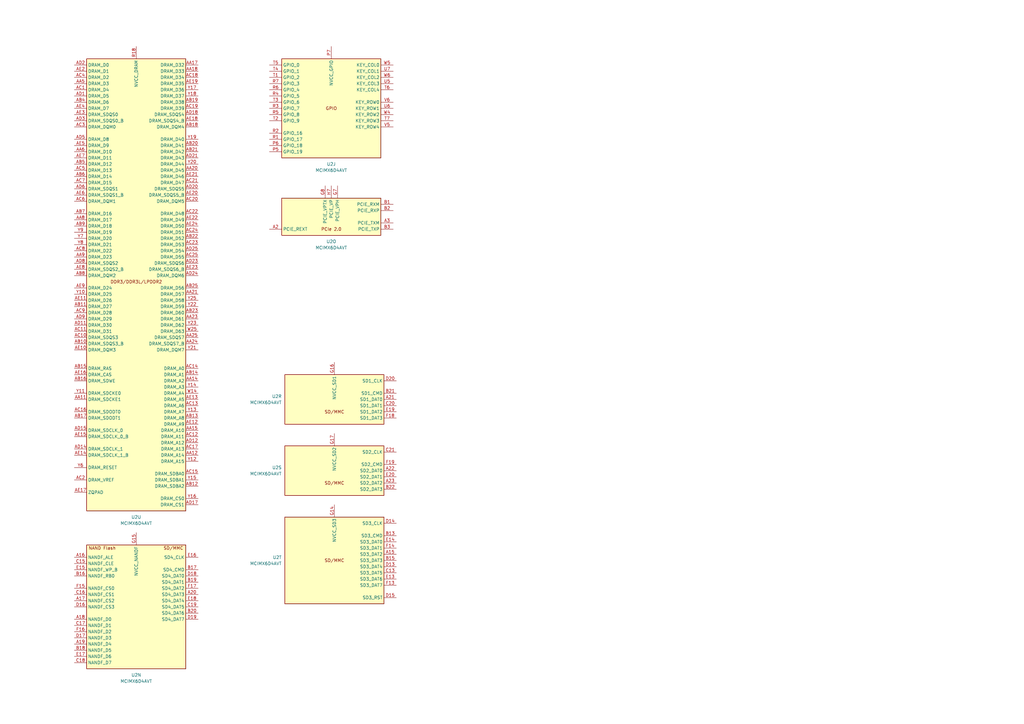
<source format=kicad_sch>
(kicad_sch (version 20250114) (generator "eeschema") (generator_version "9.0")
  (paper "A3")
  (lib_symbols
    (symbol "CPU_NXP_IMX:MCIMX6D4AVT"
      (property "Reference" "U" (at 15.24 90.17 0))
      (property "Value" "MCIMX6D4AVT" (at -13.97 90.17 0))
      (symbol "MCIMX6D4AVT_1_0"
        (text "Power Management" (at -1.27 -5.08 0) (effects (font (size 1.27 1.27))))
      )
      (symbol "MCIMX6D4AVT_1_1"
        (pin power_in line (at -25.4 10.16 0) (length 5.08) (name "VDD_ARM_IN") (number "H14"))
        (pin passive line (at -25.4 10.16 0) (length 5.08) (hide yes) (name "VDD_ARM_IN") (number "J14"))
        (pin passive line (at -25.4 10.16 0) (length 5.08) (hide yes) (name "VDD_ARM_IN") (number "K14"))
        (pin passive line (at -25.4 10.16 0) (length 5.08) (hide yes) (name "VDD_ARM_IN") (number "L14"))
        (pin passive line (at -25.4 10.16 0) (length 5.08) (hide yes) (name "VDD_ARM_IN") (number "M14"))
        (pin passive line (at -25.4 10.16 0) (length 5.08) (hide yes) (name "VDD_ARM_IN") (number "N14"))
        (pin passive line (at -25.4 10.16 0) (length 5.08) (hide yes) (name "VDD_ARM_IN") (number "P14"))
        (pin passive line (at -25.4 10.16 0) (length 5.08) (hide yes) (name "VDD_ARM_IN") (number "R14"))
        (pin power_in line (at -25.4 7.62 0) (length 5.08) (name "VDD_ARM23_IN") (number "K9"))
        (pin passive line (at -25.4 7.62 0) (length 5.08) (hide yes) (name "VDD_ARM23_IN") (number "L9"))
        (pin passive line (at -25.4 7.62 0) (length 5.08) (hide yes) (name "VDD_ARM23_IN") (number "M9"))
        (pin passive line (at -25.4 7.62 0) (length 5.08) (hide yes) (name "VDD_ARM23_IN") (number "N9"))
        (pin passive line (at -25.4 7.62 0) (length 5.08) (hide yes) (name "VDD_ARM23_IN") (number "P9"))
        (pin passive line (at -25.4 7.62 0) (length 5.08) (hide yes) (name "VDD_ARM23_IN") (number "R9"))
        (pin passive line (at -25.4 7.62 0) (length 5.08) (hide yes) (name "VDD_ARM23_IN") (number "T9"))
        (pin passive line (at -25.4 7.62 0) (length 5.08) (hide yes) (name "VDD_ARM23_IN") (number "U9"))
        (pin power_in line (at -25.4 5.08 0) (length 5.08) (name "VDD_SOC_IN") (number "H16"))
        (pin passive line (at -25.4 5.08 0) (length 5.08) (hide yes) (name "VDD_SOC_IN") (number "J16"))
        (pin passive line (at -25.4 5.08 0) (length 5.08) (hide yes) (name "VDD_SOC_IN") (number "K16"))
        (pin passive line (at -25.4 5.08 0) (length 5.08) (hide yes) (name "VDD_SOC_IN") (number "L16"))
        (pin passive line (at -25.4 5.08 0) (length 5.08) (hide yes) (name "VDD_SOC_IN") (number "M16"))
        (pin passive line (at -25.4 5.08 0) (length 5.08) (hide yes) (name "VDD_SOC_IN") (number "N16"))
        (pin passive line (at -25.4 5.08 0) (length 5.08) (hide yes) (name "VDD_SOC_IN") (number "P16"))
        (pin passive line (at -25.4 5.08 0) (length 5.08) (hide yes) (name "VDD_SOC_IN") (number "R16"))
        (pin passive line (at -25.4 5.08 0) (length 5.08) (hide yes) (name "VDD_SOC_IN") (number "T16"))
        (pin passive line (at -25.4 5.08 0) (length 5.08) (hide yes) (name "VDD_SOC_IN") (number "U16"))
        (pin power_in line (at -25.4 0 0) (length 5.08) (name "VDD_HIGH_IN") (number "H9"))
        (pin passive line (at -25.4 0 0) (length 5.08) (hide yes) (name "VDD_HIGH_IN") (number "J9"))
        (pin power_in line (at -25.4 -2.54 0) (length 5.08) (name "VDD_SNVS_IN") (number "G11"))
        (pin power_in line (at 0 -17.78 90) (length 5.08) (name "GND") (number "A13"))
        (pin passive line (at 0 -17.78 90) (length 5.08) (hide yes) (name "GND") (number "A25"))
        (pin passive line (at 0 -17.78 90) (length 5.08) (hide yes) (name "GND") (number "A4"))
        (pin passive line (at 0 -17.78 90) (length 5.08) (hide yes) (name "GND") (number "A8"))
        (pin passive line (at 0 -17.78 90) (length 5.08) (hide yes) (name "GND") (number "AA10"))
        (pin passive line (at 0 -17.78 90) (length 5.08) (hide yes) (name "GND") (number "AA13"))
        (pin passive line (at 0 -17.78 90) (length 5.08) (hide yes) (name "GND") (number "AA16"))
        (pin passive line (at 0 -17.78 90) (length 5.08) (hide yes) (name "GND") (number "AA19"))
        (pin passive line (at 0 -17.78 90) (length 5.08) (hide yes) (name "GND") (number "AA22"))
        (pin passive line (at 0 -17.78 90) (length 5.08) (hide yes) (name "GND") (number "AA7"))
        (pin passive line (at 0 -17.78 90) (length 5.08) (hide yes) (name "GND") (number "AB24"))
        (pin passive line (at 0 -17.78 90) (length 5.08) (hide yes) (name "GND") (number "AB3"))
        (pin passive line (at 0 -17.78 90) (length 5.08) (hide yes) (name "GND") (number "AD10"))
        (pin passive line (at 0 -17.78 90) (length 5.08) (hide yes) (name "GND") (number "AD13"))
        (pin passive line (at 0 -17.78 90) (length 5.08) (hide yes) (name "GND") (number "AD16"))
        (pin passive line (at 0 -17.78 90) (length 5.08) (hide yes) (name "GND") (number "AD19"))
        (pin passive line (at 0 -17.78 90) (length 5.08) (hide yes) (name "GND") (number "AD22"))
        (pin passive line (at 0 -17.78 90) (length 5.08) (hide yes) (name "GND") (number "AD4"))
        (pin passive line (at 0 -17.78 90) (length 5.08) (hide yes) (name "GND") (number "AD7"))
        (pin passive line (at 0 -17.78 90) (length 5.08) (hide yes) (name "GND") (number "AE1"))
        (pin passive line (at 0 -17.78 90) (length 5.08) (hide yes) (name "GND") (number "AE25"))
        (pin passive line (at 0 -17.78 90) (length 5.08) (hide yes) (name "GND") (number "B4"))
        (pin passive line (at 0 -17.78 90) (length 5.08) (hide yes) (name "GND") (number "C1"))
        (pin passive line (at 0 -17.78 90) (length 5.08) (hide yes) (name "GND") (number "C10"))
        (pin passive line (at 0 -17.78 90) (length 5.08) (hide yes) (name "GND") (number "C4"))
        (pin passive line (at 0 -17.78 90) (length 5.08) (hide yes) (name "GND") (number "C6"))
        (pin passive line (at 0 -17.78 90) (length 5.08) (hide yes) (name "GND") (number "D3"))
        (pin passive line (at 0 -17.78 90) (length 5.08) (hide yes) (name "GND") (number "D6"))
        (pin passive line (at 0 -17.78 90) (length 5.08) (hide yes) (name "GND") (number "D8"))
        (pin passive line (at 0 -17.78 90) (length 5.08) (hide yes) (name "GND") (number "E5"))
        (pin passive line (at 0 -17.78 90) (length 5.08) (hide yes) (name "GND") (number "E6"))
        (pin passive line (at 0 -17.78 90) (length 5.08) (hide yes) (name "GND") (number "E7"))
        (pin passive line (at 0 -17.78 90) (length 5.08) (hide yes) (name "GND") (number "F5"))
        (pin passive line (at 0 -17.78 90) (length 5.08) (hide yes) (name "GND") (number "F6"))
        (pin passive line (at 0 -17.78 90) (length 5.08) (hide yes) (name "GND") (number "F7"))
        (pin passive line (at 0 -17.78 90) (length 5.08) (hide yes) (name "GND") (number "F8"))
        (pin passive line (at 0 -17.78 90) (length 5.08) (hide yes) (name "GND") (number "G10"))
        (pin passive line (at 0 -17.78 90) (length 5.08) (hide yes) (name "GND") (number "G19"))
        (pin passive line (at 0 -17.78 90) (length 5.08) (hide yes) (name "GND") (number "G3"))
        (pin passive line (at 0 -17.78 90) (length 5.08) (hide yes) (name "GND") (number "H12"))
        (pin passive line (at 0 -17.78 90) (length 5.08) (hide yes) (name "GND") (number "H15"))
        (pin passive line (at 0 -17.78 90) (length 5.08) (hide yes) (name "GND") (number "H18"))
        (pin passive line (at 0 -17.78 90) (length 5.08) (hide yes) (name "GND") (number "H8"))
        (pin passive line (at 0 -17.78 90) (length 5.08) (hide yes) (name "GND") (number "J12"))
        (pin passive line (at 0 -17.78 90) (length 5.08) (hide yes) (name "GND") (number "J15"))
        (pin passive line (at 0 -17.78 90) (length 5.08) (hide yes) (name "GND") (number "J18"))
        (pin passive line (at 0 -17.78 90) (length 5.08) (hide yes) (name "GND") (number "J2"))
        (pin passive line (at 0 -17.78 90) (length 5.08) (hide yes) (name "GND") (number "J8"))
        (pin passive line (at 0 -17.78 90) (length 5.08) (hide yes) (name "GND") (number "K10"))
        (pin passive line (at 0 -17.78 90) (length 5.08) (hide yes) (name "GND") (number "K12"))
        (pin passive line (at 0 -17.78 90) (length 5.08) (hide yes) (name "GND") (number "K15"))
        (pin passive line (at 0 -17.78 90) (length 5.08) (hide yes) (name "GND") (number "K18"))
        (pin passive line (at 0 -17.78 90) (length 5.08) (hide yes) (name "GND") (number "K8"))
        (pin passive line (at 0 -17.78 90) (length 5.08) (hide yes) (name "GND") (number "L10"))
        (pin passive line (at 0 -17.78 90) (length 5.08) (hide yes) (name "GND") (number "L12"))
        (pin passive line (at 0 -17.78 90) (length 5.08) (hide yes) (name "GND") (number "L15"))
        (pin passive line (at 0 -17.78 90) (length 5.08) (hide yes) (name "GND") (number "L18"))
        (pin passive line (at 0 -17.78 90) (length 5.08) (hide yes) (name "GND") (number "L2"))
        (pin passive line (at 0 -17.78 90) (length 5.08) (hide yes) (name "GND") (number "L5"))
        (pin passive line (at 0 -17.78 90) (length 5.08) (hide yes) (name "GND") (number "L8"))
        (pin passive line (at 0 -17.78 90) (length 5.08) (hide yes) (name "GND") (number "M10"))
        (pin passive line (at 0 -17.78 90) (length 5.08) (hide yes) (name "GND") (number "M12"))
        (pin passive line (at 0 -17.78 90) (length 5.08) (hide yes) (name "GND") (number "M15"))
        (pin passive line (at 0 -17.78 90) (length 5.08) (hide yes) (name "GND") (number "M18"))
        (pin passive line (at 0 -17.78 90) (length 5.08) (hide yes) (name "GND") (number "M8"))
        (pin passive line (at 0 -17.78 90) (length 5.08) (hide yes) (name "GND") (number "N10"))
        (pin passive line (at 0 -17.78 90) (length 5.08) (hide yes) (name "GND") (number "N15"))
        (pin passive line (at 0 -17.78 90) (length 5.08) (hide yes) (name "GND") (number "N18"))
        (pin passive line (at 0 -17.78 90) (length 5.08) (hide yes) (name "GND") (number "N8"))
        (pin passive line (at 0 -17.78 90) (length 5.08) (hide yes) (name "GND") (number "P10"))
        (pin passive line (at 0 -17.78 90) (length 5.08) (hide yes) (name "GND") (number "P12"))
        (pin passive line (at 0 -17.78 90) (length 5.08) (hide yes) (name "GND") (number "P15"))
        (pin passive line (at 0 -17.78 90) (length 5.08) (hide yes) (name "GND") (number "P18"))
        (pin passive line (at 0 -17.78 90) (length 5.08) (hide yes) (name "GND") (number "P8"))
        (pin passive line (at 0 -17.78 90) (length 5.08) (hide yes) (name "GND") (number "R12"))
        (pin passive line (at 0 -17.78 90) (length 5.08) (hide yes) (name "GND") (number "R15"))
        (pin passive line (at 0 -17.78 90) (length 5.08) (hide yes) (name "GND") (number "R17"))
        (pin passive line (at 0 -17.78 90) (length 5.08) (hide yes) (name "GND") (number "R8"))
        (pin passive line (at 0 -17.78 90) (length 5.08) (hide yes) (name "GND") (number "T11"))
        (pin passive line (at 0 -17.78 90) (length 5.08) (hide yes) (name "GND") (number "T12"))
        (pin passive line (at 0 -17.78 90) (length 5.08) (hide yes) (name "GND") (number "T15"))
        (pin passive line (at 0 -17.78 90) (length 5.08) (hide yes) (name "GND") (number "T17"))
        (pin passive line (at 0 -17.78 90) (length 5.08) (hide yes) (name "GND") (number "T19"))
        (pin passive line (at 0 -17.78 90) (length 5.08) (hide yes) (name "GND") (number "T8"))
        (pin passive line (at 0 -17.78 90) (length 5.08) (hide yes) (name "GND") (number "U11"))
        (pin passive line (at 0 -17.78 90) (length 5.08) (hide yes) (name "GND") (number "U12"))
        (pin passive line (at 0 -17.78 90) (length 5.08) (hide yes) (name "GND") (number "U15"))
        (pin passive line (at 0 -17.78 90) (length 5.08) (hide yes) (name "GND") (number "U17"))
        (pin passive line (at 0 -17.78 90) (length 5.08) (hide yes) (name "GND") (number "U19"))
        (pin passive line (at 0 -17.78 90) (length 5.08) (hide yes) (name "GND") (number "U8"))
        (pin passive line (at 0 -17.78 90) (length 5.08) (hide yes) (name "GND") (number "V19"))
        (pin passive line (at 0 -17.78 90) (length 5.08) (hide yes) (name "GND") (number "V8"))
        (pin passive line (at 0 -17.78 90) (length 5.08) (hide yes) (name "GND") (number "W10"))
        (pin passive line (at 0 -17.78 90) (length 5.08) (hide yes) (name "GND") (number "W11"))
        (pin passive line (at 0 -17.78 90) (length 5.08) (hide yes) (name "GND") (number "W12"))
        (pin passive line (at 0 -17.78 90) (length 5.08) (hide yes) (name "GND") (number "W13"))
        (pin passive line (at 0 -17.78 90) (length 5.08) (hide yes) (name "GND") (number "W15"))
        (pin passive line (at 0 -17.78 90) (length 5.08) (hide yes) (name "GND") (number "W16"))
        (pin passive line (at 0 -17.78 90) (length 5.08) (hide yes) (name "GND") (number "W17"))
        (pin passive line (at 0 -17.78 90) (length 5.08) (hide yes) (name "GND") (number "W18"))
        (pin passive line (at 0 -17.78 90) (length 5.08) (hide yes) (name "GND") (number "W19"))
        (pin passive line (at 0 -17.78 90) (length 5.08) (hide yes) (name "GND") (number "W3"))
        (pin passive line (at 0 -17.78 90) (length 5.08) (hide yes) (name "GND") (number "W7"))
        (pin passive line (at 0 -17.78 90) (length 5.08) (hide yes) (name "GND") (number "W8"))
        (pin passive line (at 0 -17.78 90) (length 5.08) (hide yes) (name "GND") (number "W9"))
        (pin passive line (at 0 -17.78 90) (length 5.08) (hide yes) (name "GND") (number "Y24"))
        (pin passive line (at 0 -17.78 90) (length 5.08) (hide yes) (name "GND") (number "Y5"))
        (pin power_out line (at 25.4 10.16 180) (length 5.08) (name "VDD_ARM_CAP") (number "H13"))
        (pin passive line (at 25.4 10.16 180) (length 5.08) (hide yes) (name "VDD_ARM_CAP") (number "J13"))
        (pin passive line (at 25.4 10.16 180) (length 5.08) (hide yes) (name "VDD_ARM_CAP") (number "K13"))
        (pin passive line (at 25.4 10.16 180) (length 5.08) (hide yes) (name "VDD_ARM_CAP") (number "L13"))
        (pin passive line (at 25.4 10.16 180) (length 5.08) (hide yes) (name "VDD_ARM_CAP") (number "M13"))
        (pin passive line (at 25.4 10.16 180) (length 5.08) (hide yes) (name "VDD_ARM_CAP") (number "N13"))
        (pin passive line (at 25.4 10.16 180) (length 5.08) (hide yes) (name "VDD_ARM_CAP") (number "P13"))
        (pin passive line (at 25.4 10.16 180) (length 5.08) (hide yes) (name "VDD_ARM_CAP") (number "R13"))
        (pin power_out line (at 25.4 7.62 180) (length 5.08) (name "VDD_ARM23_CAP") (number "H11"))
        (pin passive line (at 25.4 7.62 180) (length 5.08) (hide yes) (name "VDD_ARM23_CAP") (number "J11"))
        (pin passive line (at 25.4 7.62 180) (length 5.08) (hide yes) (name "VDD_ARM23_CAP") (number "K11"))
        (pin passive line (at 25.4 7.62 180) (length 5.08) (hide yes) (name "VDD_ARM23_CAP") (number "L11"))
        (pin passive line (at 25.4 7.62 180) (length 5.08) (hide yes) (name "VDD_ARM23_CAP") (number "M11"))
        (pin passive line (at 25.4 7.62 180) (length 5.08) (hide yes) (name "VDD_ARM23_CAP") (number "N11"))
        (pin passive line (at 25.4 7.62 180) (length 5.08) (hide yes) (name "VDD_ARM23_CAP") (number "P11"))
        (pin passive line (at 25.4 7.62 180) (length 5.08) (hide yes) (name "VDD_ARM23_CAP") (number "R11"))
        (pin power_out line (at 25.4 5.08 180) (length 5.08) (name "VDD_SOC_CAP") (number "R10"))
        (pin passive line (at 25.4 5.08 180) (length 5.08) (hide yes) (name "VDD_SOC_CAP") (number "T10"))
        (pin passive line (at 25.4 5.08 180) (length 5.08) (hide yes) (name "VDD_SOC_CAP") (number "T13"))
        (pin passive line (at 25.4 5.08 180) (length 5.08) (hide yes) (name "VDD_SOC_CAP") (number "T14"))
        (pin passive line (at 25.4 5.08 180) (length 5.08) (hide yes) (name "VDD_SOC_CAP") (number "U10"))
        (pin passive line (at 25.4 5.08 180) (length 5.08) (hide yes) (name "VDD_SOC_CAP") (number "U13"))
        (pin passive line (at 25.4 5.08 180) (length 5.08) (hide yes) (name "VDD_SOC_CAP") (number "U14"))
        (pin power_in line (at 25.4 2.54 180) (length 5.08) (name "VDD_CACHE_CAP") (number "N12"))
        (pin power_out line (at 25.4 0 180) (length 5.08) (name "VDD_HIGH_CAP") (number "H10"))
        (pin passive line (at 25.4 0 180) (length 5.08) (hide yes) (name "VDD_HIGH_CAP") (number "J10"))
        (pin power_out line (at 25.4 -2.54 180) (length 5.08) (name "VDD_SNVS_CAP") (number "G9"))
        (pin power_out line (at 25.4 -5.08 180) (length 5.08) (name "VDD_PU_CAP") (number "H17"))
        (pin passive line (at 25.4 -5.08 180) (length 5.08) (hide yes) (name "VDD_PU_CAP") (number "J17"))
        (pin passive line (at 25.4 -5.08 180) (length 5.08) (hide yes) (name "VDD_PU_CAP") (number "K17"))
        (pin passive line (at 25.4 -5.08 180) (length 5.08) (hide yes) (name "VDD_PU_CAP") (number "L17"))
        (pin passive line (at 25.4 -5.08 180) (length 5.08) (hide yes) (name "VDD_PU_CAP") (number "M17"))
        (pin passive line (at 25.4 -5.08 180) (length 5.08) (hide yes) (name "VDD_PU_CAP") (number "N17"))
        (pin passive line (at 25.4 -5.08 180) (length 5.08) (hide yes) (name "VDD_PU_CAP") (number "P17"))
        (pin power_out line (at 25.4 -7.62 180) (length 5.08) (name "VDD_USB_CAP") (number "F9"))
        (pin power_out line (at 25.4 -10.16 180) (length 5.08) (name "NVCC_PLL_OUT") (number "E8"))
      )
      (symbol "MCIMX6D4AVT_2_0"
        (text "Factory (NXP only)" (at -10.16 0 0) (effects (font (size 1.27 1.27))))
      )
      (symbol "MCIMX6D4AVT_2_1"
        (pin passive line (at 0 10.16 270) (length 5.08) (name "VDD_FA") (number "B5"))
        (pin passive line (at 25.4 2.54 180) (length 5.08) (name "FA_ANA") (number "A5"))
        (pin passive line (at 25.4 0 180) (length 5.08) (name "GPANAIO") (number "C8"))
        (pin passive line (at 25.4 -2.54 180) (length 5.08) (name "TEST_MODE") (number "E12"))
      )
      (symbol "MCIMX6D4AVT_3_0"
        (text "Boot/Power Management" (at 1.27 -5.08 0) (effects (font (size 1.27 1.27))))
      )
      (symbol "MCIMX6D4AVT_3_1"
        (text "VDD_SNVS_IN" (at 0 0 0) (effects (font (size 1.27 1.27) (italic yes))))
        (pin input line (at -25.4 5.08 0) (length 5.08) (name "BOOT_MODE0") (number "C12"))
        (pin input line (at -25.4 2.54 0) (length 5.08) (name "BOOT_MODE1") (number "F12"))
        (pin input line (at -25.4 -2.54 0) (length 5.08) (name "ONOFF") (number "D12"))
        (pin input line (at -25.4 -5.08 0) (length 5.08) (name "POR_B") (number "C11"))
        (pin output line (at 25.4 5.08 180) (length 5.08) (name "PMIC_ON_REQ") (number "D11"))
        (pin output line (at 25.4 2.54 180) (length 5.08) (name "PMIC_STBY_REQ") (number "F11"))
        (pin input line (at 25.4 -2.54 180) (length 5.08) (name "TAMPER") (number "E11"))
      )
      (symbol "MCIMX6D4AVT_4_0"
        (text "Clock" (at -16.51 11.43 0) (effects (font (size 1.27 1.27))))
        (text "MediaLB" (at 15.24 11.43 0) (effects (font (size 1.27 1.27))))
      )
      (symbol "MCIMX6D4AVT_4_1"
        (text "VDD_HIGH_CAP" (at 0 0 0) (effects (font (size 1.27 1.27) (italic yes))))
        (pin bidirectional line (at -25.4 5.08 0) (length 5.08) (name "CLK1_N") (number "C7"))
        (pin bidirectional line (at -25.4 2.54 0) (length 5.08) (name "CLK1_P") (number "D7"))
        (pin bidirectional line (at -25.4 -2.54 0) (length 5.08) (name "CLK2_N") (number "C5"))
        (pin bidirectional line (at -25.4 -5.08 0) (length 5.08) (name "CLK2_P") (number "D5"))
        (pin input line (at 25.4 7.62 180) (length 5.08) (name "MLB_CN") (number "A11"))
        (pin input line (at 25.4 5.08 180) (length 5.08) (name "MLB_CP") (number "B11"))
        (pin bidirectional line (at 25.4 0 180) (length 5.08) (name "MLB_DN") (number "B10"))
        (pin bidirectional line (at 25.4 -2.54 180) (length 5.08) (name "MLB_DP") (number "A10"))
        (pin bidirectional line (at 25.4 -7.62 180) (length 5.08) (name "MLB_SN") (number "A9"))
        (pin bidirectional line (at 25.4 -10.16 180) (length 5.08) (name "MLB_SP") (number "B9"))
      )
      (symbol "MCIMX6D4AVT_5_0"
        (text "MIPI Camera" (at 0 0 0) (effects (font (size 1.27 1.27))))
      )
      (symbol "MCIMX6D4AVT_5_1"
        (pin input line (at -25.4 12.7 0) (length 5.08) (name "CSI_CLK0M") (number "F4"))
        (pin input line (at -25.4 10.16 0) (length 5.08) (name "CSI_CLK0P") (number "F3"))
        (pin input line (at -25.4 7.62 0) (length 5.08) (name "CSI_D0M") (number "E4"))
        (pin input line (at -25.4 5.08 0) (length 5.08) (name "CSI_D0P") (number "E3"))
        (pin input line (at -25.4 2.54 0) (length 5.08) (name "CSI_D1M") (number "D1"))
        (pin input line (at -25.4 0 0) (length 5.08) (name "CSI_D1P") (number "D2"))
        (pin input line (at -25.4 -2.54 0) (length 5.08) (name "CSI_D2M") (number "E1"))
        (pin input line (at -25.4 -5.08 0) (length 5.08) (name "CSI_D2P") (number "E2"))
        (pin input line (at -25.4 -7.62 0) (length 5.08) (name "CSI_D3M") (number "F2"))
        (pin input line (at -25.4 -10.16 0) (length 5.08) (name "CSI_D3P") (number "F1"))
        (pin passive line (at -25.4 -12.7 0) (length 5.08) (name "CSI_REXT") (number "D4"))
        (pin power_in line (at 0 20.32 270) (length 5.08) (name "NVCC_MIPI") (number "K7"))
        (pin output line (at 25.4 12.7 180) (length 5.08) (name "DSI_CLK0M") (number "H3"))
        (pin output line (at 25.4 10.16 180) (length 5.08) (name "DSI_CLK0P") (number "H4"))
        (pin output line (at 25.4 7.62 180) (length 5.08) (name "DSI_D0M") (number "G2"))
        (pin output line (at 25.4 5.08 180) (length 5.08) (name "DSI_D0P") (number "G1"))
        (pin output line (at 25.4 2.54 180) (length 5.08) (name "DSI_D1M") (number "H2"))
        (pin output line (at 25.4 0 180) (length 5.08) (name "DSI_D1P") (number "H1"))
        (pin passive line (at 25.4 -2.54 180) (length 5.08) (name "DSI_REXT") (number "G4"))
      )
      (symbol "MCIMX6D4AVT_6_0"
        (text "Camera" (at 0 0 0) (effects (font (size 1.27 1.27))))
      )
      (symbol "MCIMX6D4AVT_6_1"
        (pin bidirectional line (at -25.4 12.7 0) (length 5.08) (name "CSI0_MCLK") (number "P4"))
        (pin bidirectional line (at -25.4 10.16 0) (length 5.08) (name "CSI0_PIXCLK") (number "P1"))
        (pin bidirectional line (at -25.4 7.62 0) (length 5.08) (name "CSI0_DATA_EN") (number "P3"))
        (pin bidirectional line (at -25.4 5.08 0) (length 5.08) (name "CSI0_VSYNC") (number "N2"))
        (pin bidirectional line (at -25.4 0 0) (length 5.08) (name "CSI0_DAT4") (number "N1"))
        (pin bidirectional line (at -25.4 -2.54 0) (length 5.08) (name "CSI0_DAT5") (number "P2"))
        (pin bidirectional line (at -25.4 -5.08 0) (length 5.08) (name "CSI0_DAT6") (number "N4"))
        (pin bidirectional line (at -25.4 -7.62 0) (length 5.08) (name "CSI0_DAT7") (number "N3"))
        (pin bidirectional line (at -25.4 -10.16 0) (length 5.08) (name "CSI0_DAT8") (number "N6"))
        (pin bidirectional line (at -25.4 -12.7 0) (length 5.08) (name "CSI0_DAT9") (number "N5"))
        (pin power_in line (at 0 20.32 270) (length 5.08) (name "NVCC_CSI") (number "N7"))
        (pin bidirectional line (at 25.4 10.16 180) (length 5.08) (name "CSI0_DAT10") (number "M1"))
        (pin bidirectional line (at 25.4 7.62 180) (length 5.08) (name "CSI0_DAT11") (number "M3"))
        (pin bidirectional line (at 25.4 5.08 180) (length 5.08) (name "CSI0_DAT12") (number "M2"))
        (pin bidirectional line (at 25.4 2.54 180) (length 5.08) (name "CSI0_DAT13") (number "L1"))
        (pin bidirectional line (at 25.4 0 180) (length 5.08) (name "CSI0_DAT14") (number "M4"))
        (pin bidirectional line (at 25.4 -2.54 180) (length 5.08) (name "CSI0_DAT15") (number "M5"))
        (pin bidirectional line (at 25.4 -5.08 180) (length 5.08) (name "CSI0_DAT16") (number "L4"))
        (pin bidirectional line (at 25.4 -7.62 180) (length 5.08) (name "CSI0_DAT17") (number "L3"))
        (pin bidirectional line (at 25.4 -10.16 180) (length 5.08) (name "CSI0_DAT18") (number "M6"))
        (pin bidirectional line (at 25.4 -12.7 180) (length 5.08) (name "CSI0_DAT19") (number "L6"))
      )
      (symbol "MCIMX6D4AVT_7_0"
        (text "LCD Display" (at 0 0 0) (effects (font (size 1.27 1.27))))
      )
      (symbol "MCIMX6D4AVT_7_1"
        (pin bidirectional line (at -25.4 17.78 0) (length 5.08) (name "DI0_DISP_CLK") (number "N19"))
        (pin bidirectional line (at -25.4 15.24 0) (length 5.08) (name "DI0_PIN15") (number "N21"))
        (pin bidirectional line (at -25.4 12.7 0) (length 5.08) (name "DI0_PIN2") (number "N25"))
        (pin bidirectional line (at -25.4 10.16 0) (length 5.08) (name "DI0_PIN3") (number "N20"))
        (pin bidirectional line (at -25.4 7.62 0) (length 5.08) (name "DI0_PIN4") (number "P25"))
        (pin bidirectional line (at -25.4 5.08 0) (length 5.08) (name "DISP0_DAT0") (number "P24"))
        (pin bidirectional line (at -25.4 2.54 0) (length 5.08) (name "DISP0_DAT1") (number "P22"))
        (pin bidirectional line (at -25.4 0 0) (length 5.08) (name "DISP0_DAT2") (number "P23"))
        (pin bidirectional line (at -25.4 -2.54 0) (length 5.08) (name "DISP0_DAT3") (number "P21"))
        (pin bidirectional line (at -25.4 -5.08 0) (length 5.08) (name "DISP0_DAT4") (number "P20"))
        (pin bidirectional line (at -25.4 -7.62 0) (length 5.08) (name "DISP0_DAT5") (number "R25"))
        (pin bidirectional line (at -25.4 -10.16 0) (length 5.08) (name "DISP0_DAT6") (number "R23"))
        (pin bidirectional line (at -25.4 -12.7 0) (length 5.08) (name "DISP0_DAT7") (number "R24"))
        (pin bidirectional line (at -25.4 -15.24 0) (length 5.08) (name "DISP0_DAT8") (number "R22"))
        (pin bidirectional line (at -25.4 -17.78 0) (length 5.08) (name "DISP0_DAT9") (number "T25"))
        (pin power_in line (at 0 25.4 270) (length 5.08) (name "NVCC_LCD") (number "P19"))
        (pin bidirectional line (at 25.4 17.78 180) (length 5.08) (name "DISP0_DAT10") (number "R21"))
        (pin bidirectional line (at 25.4 15.24 180) (length 5.08) (name "DISP0_DAT11") (number "T23"))
        (pin bidirectional line (at 25.4 12.7 180) (length 5.08) (name "DISP0_DAT12") (number "T24"))
        (pin bidirectional line (at 25.4 10.16 180) (length 5.08) (name "DISP0_DAT13") (number "R20"))
        (pin bidirectional line (at 25.4 7.62 180) (length 5.08) (name "DISP0_DAT14") (number "U25"))
        (pin bidirectional line (at 25.4 5.08 180) (length 5.08) (name "DISP0_DAT15") (number "T22"))
        (pin bidirectional line (at 25.4 2.54 180) (length 5.08) (name "DISP0_DAT16") (number "T21"))
        (pin bidirectional line (at 25.4 0 180) (length 5.08) (name "DISP0_DAT17") (number "U24"))
        (pin bidirectional line (at 25.4 -2.54 180) (length 5.08) (name "DISP0_DAT18") (number "V25"))
        (pin bidirectional line (at 25.4 -5.08 180) (length 5.08) (name "DISP0_DAT19") (number "U23"))
        (pin bidirectional line (at 25.4 -7.62 180) (length 5.08) (name "DISP0_DAT20") (number "U22"))
        (pin bidirectional line (at 25.4 -10.16 180) (length 5.08) (name "DISP0_DAT21") (number "T20"))
        (pin bidirectional line (at 25.4 -12.7 180) (length 5.08) (name "DISP0_DAT22") (number "V24"))
        (pin bidirectional line (at 25.4 -15.24 180) (length 5.08) (name "DISP0_DAT23") (number "W24"))
      )
      (symbol "MCIMX6D4AVT_8_0"
        (text "External memory" (at 1.27 0 0) (effects (font (size 1.27 1.27))))
      )
      (symbol "MCIMX6D4AVT_8_1"
        (pin bidirectional line (at -25.4 40.64 0) (length 5.08) (name "EIM_A16") (number "H25"))
        (pin bidirectional line (at -25.4 38.1 0) (length 5.08) (name "EIM_A17") (number "G24"))
        (pin bidirectional line (at -25.4 35.56 0) (length 5.08) (name "EIM_A18") (number "J22"))
        (pin bidirectional line (at -25.4 33.02 0) (length 5.08) (name "EIM_A19") (number "G25"))
        (pin bidirectional line (at -25.4 30.48 0) (length 5.08) (name "EIM_A20") (number "H22"))
        (pin bidirectional line (at -25.4 27.94 0) (length 5.08) (name "EIM_A21") (number "H23"))
        (pin bidirectional line (at -25.4 25.4 0) (length 5.08) (name "EIM_A22") (number "F24"))
        (pin bidirectional line (at -25.4 22.86 0) (length 5.08) (name "EIM_A23") (number "J21"))
        (pin bidirectional line (at -25.4 20.32 0) (length 5.08) (name "EIM_A24") (number "F25"))
        (pin bidirectional line (at -25.4 17.78 0) (length 5.08) (name "EIM_A25") (number "H19"))
        (pin bidirectional line (at -25.4 12.7 0) (length 5.08) (name "EIM_EB0") (number "K21"))
        (pin bidirectional line (at -25.4 10.16 0) (length 5.08) (name "EIM_EB1") (number "K23"))
        (pin bidirectional line (at -25.4 7.62 0) (length 5.08) (name "EIM_EB2") (number "E22"))
        (pin bidirectional line (at -25.4 5.08 0) (length 5.08) (name "EIM_EB3") (number "F23"))
        (pin bidirectional line (at -25.4 0 0) (length 5.08) (name "EIM_BCLK") (number "N22"))
        (pin bidirectional line (at -25.4 -2.54 0) (length 5.08) (name "EIM_LBA") (number "K22"))
        (pin bidirectional line (at -25.4 -5.08 0) (length 5.08) (name "EIM_OE") (number "J24"))
        (pin bidirectional line (at -25.4 -7.62 0) (length 5.08) (name "EIM_RW") (number "K20"))
        (pin bidirectional line (at -25.4 -10.16 0) (length 5.08) (name "EIM_WAIT") (number "M25"))
        (pin bidirectional line (at -25.4 -12.7 0) (length 5.08) (name "EIM_CS0") (number "H24"))
        (pin bidirectional line (at -25.4 -15.24 0) (length 5.08) (name "EIM_CS1") (number "J23"))
        (pin power_in line (at -2.54 48.26 270) (length 5.08) (name "NVCC_EIM0") (number "K19"))
        (pin power_in line (at 0 48.26 270) (length 5.08) (name "NVCC_EIM1") (number "L19"))
        (pin power_in line (at 2.54 48.26 270) (length 5.08) (name "NVCC_EIM2") (number "M19"))
        (pin bidirectional line (at 25.4 40.64 180) (length 5.08) (name "EIM_DA0") (number "L20"))
        (pin bidirectional line (at 25.4 38.1 180) (length 5.08) (name "EIM_DA1") (number "J25"))
        (pin bidirectional line (at 25.4 35.56 180) (length 5.08) (name "EIM_DA2") (number "L21"))
        (pin bidirectional line (at 25.4 33.02 180) (length 5.08) (name "EIM_DA3") (number "K24"))
        (pin bidirectional line (at 25.4 30.48 180) (length 5.08) (name "EIM_DA4") (number "L22"))
        (pin bidirectional line (at 25.4 27.94 180) (length 5.08) (name "EIM_DA5") (number "L23"))
        (pin bidirectional line (at 25.4 25.4 180) (length 5.08) (name "EIM_DA6") (number "K25"))
        (pin bidirectional line (at 25.4 22.86 180) (length 5.08) (name "EIM_DA7") (number "L25"))
        (pin bidirectional line (at 25.4 20.32 180) (length 5.08) (name "EIM_DA8") (number "L24"))
        (pin bidirectional line (at 25.4 17.78 180) (length 5.08) (name "EIM_DA9") (number "M21"))
        (pin bidirectional line (at 25.4 15.24 180) (length 5.08) (name "EIM_DA10") (number "M22"))
        (pin bidirectional line (at 25.4 12.7 180) (length 5.08) (name "EIM_DA11") (number "M20"))
        (pin bidirectional line (at 25.4 10.16 180) (length 5.08) (name "EIM_DA12") (number "M24"))
        (pin bidirectional line (at 25.4 7.62 180) (length 5.08) (name "EIM_DA13") (number "M23"))
        (pin bidirectional line (at 25.4 5.08 180) (length 5.08) (name "EIM_DA14") (number "N23"))
        (pin bidirectional line (at 25.4 2.54 180) (length 5.08) (name "EIM_DA15") (number "N24"))
        (pin bidirectional line (at 25.4 -2.54 180) (length 5.08) (name "EIM_D16") (number "C25"))
        (pin bidirectional line (at 25.4 -5.08 180) (length 5.08) (name "EIM_D17") (number "F21"))
        (pin bidirectional line (at 25.4 -7.62 180) (length 5.08) (name "EIM_D18") (number "D24"))
        (pin bidirectional line (at 25.4 -10.16 180) (length 5.08) (name "EIM_D19") (number "G21"))
        (pin bidirectional line (at 25.4 -12.7 180) (length 5.08) (name "EIM_D20") (number "G20"))
        (pin bidirectional line (at 25.4 -15.24 180) (length 5.08) (name "EIM_D21") (number "H20"))
        (pin bidirectional line (at 25.4 -17.78 180) (length 5.08) (name "EIM_D22") (number "E23"))
        (pin bidirectional line (at 25.4 -20.32 180) (length 5.08) (name "EIM_D23") (number "D25"))
        (pin bidirectional line (at 25.4 -22.86 180) (length 5.08) (name "EIM_D24") (number "F22"))
        (pin bidirectional line (at 25.4 -25.4 180) (length 5.08) (name "EIM_D25") (number "G22"))
        (pin bidirectional line (at 25.4 -27.94 180) (length 5.08) (name "EIM_D26") (number "E24"))
        (pin bidirectional line (at 25.4 -30.48 180) (length 5.08) (name "EIM_D27") (number "E25"))
        (pin bidirectional line (at 25.4 -33.02 180) (length 5.08) (name "EIM_D28") (number "G23"))
        (pin bidirectional line (at 25.4 -35.56 180) (length 5.08) (name "EIM_D29") (number "J19"))
        (pin bidirectional line (at 25.4 -38.1 180) (length 5.08) (name "EIM_D30") (number "J20"))
        (pin bidirectional line (at 25.4 -40.64 180) (length 5.08) (name "EIM_D31") (number "H21"))
      )
      (symbol "MCIMX6D4AVT_9_0"
        (text "10/100-Mbit Ethernet" (at -2.54 -7.62 0) (effects (font (size 1.27 1.27))))
      )
      (symbol "MCIMX6D4AVT_9_1"
        (pin bidirectional line (at -25.4 7.62 0) (length 5.08) (name "ENET_RXD0") (number "W21"))
        (pin bidirectional line (at -25.4 5.08 0) (length 5.08) (name "ENET_RXD1") (number "W22"))
        (pin bidirectional line (at -25.4 2.54 0) (length 5.08) (name "ENET_CRS_DV") (number "U21"))
        (pin bidirectional line (at -25.4 0 0) (length 5.08) (name "ENET_RX_ER") (number "W23"))
        (pin bidirectional line (at -25.4 -5.08 0) (length 5.08) (name "ENET_REF_CLK") (number "V22"))
        (pin power_in line (at 0 15.24 270) (length 5.08) (name "NVCC_ENET") (number "R19"))
        (pin bidirectional line (at 25.4 7.62 180) (length 5.08) (name "ENET_TXD0") (number "U20"))
        (pin bidirectional line (at 25.4 5.08 180) (length 5.08) (name "ENET_TXD1") (number "W20"))
        (pin bidirectional line (at 25.4 2.54 180) (length 5.08) (name "ENET_TX_EN") (number "V21"))
        (pin bidirectional line (at 25.4 -5.08 180) (length 5.08) (name "ENET_MDC") (number "V20"))
        (pin bidirectional line (at 25.4 -7.62 180) (length 5.08) (name "ENET_MDIO") (number "V23"))
      )
      (symbol "MCIMX6D4AVT_10_0"
        (text "GPIO" (at 0 0 0) (effects (font (size 1.27 1.27))))
      )
      (symbol "MCIMX6D4AVT_10_1"
        (pin bidirectional line (at -25.4 17.78 0) (length 5.08) (name "GPIO_0") (number "T5"))
        (pin bidirectional line (at -25.4 15.24 0) (length 5.08) (name "GPIO_1") (number "T4"))
        (pin bidirectional line (at -25.4 12.7 0) (length 5.08) (name "GPIO_2") (number "T1"))
        (pin bidirectional line (at -25.4 10.16 0) (length 5.08) (name "GPIO_3") (number "R7"))
        (pin bidirectional line (at -25.4 7.62 0) (length 5.08) (name "GPIO_4") (number "R6"))
        (pin bidirectional line (at -25.4 5.08 0) (length 5.08) (name "GPIO_5") (number "R4"))
        (pin bidirectional line (at -25.4 2.54 0) (length 5.08) (name "GPIO_6") (number "T3"))
        (pin bidirectional line (at -25.4 0 0) (length 5.08) (name "GPIO_7") (number "R3"))
        (pin bidirectional line (at -25.4 -2.54 0) (length 5.08) (name "GPIO_8") (number "R5"))
        (pin bidirectional line (at -25.4 -5.08 0) (length 5.08) (name "GPIO_9") (number "T2"))
        (pin bidirectional line (at -25.4 -10.16 0) (length 5.08) (name "GPIO_16") (number "R2"))
        (pin bidirectional line (at -25.4 -12.7 0) (length 5.08) (name "GPIO_17") (number "R1"))
        (pin bidirectional line (at -25.4 -15.24 0) (length 5.08) (name "GPIO_18") (number "P6"))
        (pin bidirectional line (at -25.4 -17.78 0) (length 5.08) (name "GPIO_19") (number "P5"))
        (pin power_in line (at 0 25.4 270) (length 5.08) (name "NVCC_GPIO") (number "P7"))
        (pin bidirectional line (at 25.4 17.78 180) (length 5.08) (name "KEY_COL0") (number "W5"))
        (pin bidirectional line (at 25.4 15.24 180) (length 5.08) (name "KEY_COL1") (number "U7"))
        (pin bidirectional line (at 25.4 12.7 180) (length 5.08) (name "KEY_COL2") (number "W6"))
        (pin bidirectional line (at 25.4 10.16 180) (length 5.08) (name "KEY_COL3") (number "U5"))
        (pin bidirectional line (at 25.4 7.62 180) (length 5.08) (name "KEY_COL4") (number "T6"))
        (pin bidirectional line (at 25.4 2.54 180) (length 5.08) (name "KEY_ROW0") (number "V6"))
        (pin bidirectional line (at 25.4 0 180) (length 5.08) (name "KEY_ROW1") (number "U6"))
        (pin bidirectional line (at 25.4 -2.54 180) (length 5.08) (name "KEY_ROW2") (number "W4"))
        (pin bidirectional line (at 25.4 -5.08 180) (length 5.08) (name "KEY_ROW3") (number "T7"))
        (pin bidirectional line (at 25.4 -7.62 180) (length 5.08) (name "KEY_ROW4") (number "V5"))
      )
      (symbol "MCIMX6D4AVT_11_0"
        (text "HDMI Display" (at 0 0 0) (effects (font (size 1.27 1.27))))
      )
      (symbol "MCIMX6D4AVT_11_1"
        (pin input line (at -25.4 -2.54 0) (length 5.08) (name "HDMI_HPD") (number "K1"))
        (pin passive line (at -25.4 -5.08 0) (length 5.08) (name "HDMI_DDCCEC") (number "K2"))
        (pin passive line (at -25.4 -12.7 0) (length 5.08) (name "HDMI_REF") (number "J1"))
        (pin power_in line (at -2.54 20.32 270) (length 5.08) (name "HDMI_VP") (number "L7"))
        (pin power_in line (at 2.54 20.32 270) (length 5.08) (name "HDMI_VPH") (number "M7"))
        (pin output line (at 25.4 12.7 180) (length 5.08) (name "HDMI_CLKM") (number "J5"))
        (pin output line (at 25.4 10.16 180) (length 5.08) (name "HDMI_CLKP") (number "J6"))
        (pin output line (at 25.4 5.08 180) (length 5.08) (name "HDMI_D0M") (number "K5"))
        (pin output line (at 25.4 2.54 180) (length 5.08) (name "HDMI_D0P") (number "K6"))
        (pin output line (at 25.4 -2.54 180) (length 5.08) (name "HDMI_D1M") (number "J3"))
        (pin output line (at 25.4 -5.08 180) (length 5.08) (name "HDMI_D1P") (number "J4"))
        (pin output line (at 25.4 -10.16 180) (length 5.08) (name "HDMI_D2M") (number "K3"))
        (pin output line (at 25.4 -12.7 180) (length 5.08) (name "HDMI_D2P") (number "K4"))
      )
      (symbol "MCIMX6D4AVT_12_0"
        (text "JTAG Debug" (at 0 -5.08 0) (effects (font (size 1.27 1.27))))
      )
      (symbol "MCIMX6D4AVT_12_1"
        (pin power_in line (at 0 15.24 270) (length 5.08) (name "NVCC_JTAG") (number "J7"))
        (pin bidirectional line (at 25.4 7.62 180) (length 5.08) (name "JTAG_TMS") (number "C3"))
        (pin bidirectional line (at 25.4 5.08 180) (length 5.08) (name "JTAG_TCK") (number "H5"))
        (pin bidirectional line (at 25.4 2.54 180) (length 5.08) (name "JTAG_TDO") (number "G6"))
        (pin bidirectional line (at 25.4 0 180) (length 5.08) (name "JTAG_TDI") (number "G5"))
        (pin bidirectional line (at 25.4 -2.54 180) (length 5.08) (name "JTAG_TRSTB") (number "C2"))
        (pin input line (at 25.4 -7.62 180) (length 5.08) (name "JTAG_MOD") (number "H6"))
      )
      (symbol "MCIMX6D4AVT_13_0"
        (text "LVDS Display" (at 0 2.54 0) (effects (font (size 1.27 1.27))))
      )
      (symbol "MCIMX6D4AVT_13_1"
        (pin output line (at -25.4 17.78 0) (length 5.08) (name "LVDS0_CLK_N") (number "V4"))
        (pin output line (at -25.4 15.24 0) (length 5.08) (name "LVDS0_CLK_P") (number "V3"))
        (pin output line (at -25.4 7.62 0) (length 5.08) (name "LVDS0_TX0_N") (number "U2"))
        (pin output line (at -25.4 5.08 0) (length 5.08) (name "LVDS0_TX0_P") (number "U1"))
        (pin output line (at -25.4 0 0) (length 5.08) (name "LVDS0_TX1_N") (number "U4"))
        (pin output line (at -25.4 -2.54 0) (length 5.08) (name "LVDS0_TX1_P") (number "U3"))
        (pin output line (at -25.4 -7.62 0) (length 5.08) (name "LVDS0_TX2_N") (number "V2"))
        (pin output line (at -25.4 -10.16 0) (length 5.08) (name "LVDS0_TX2_P") (number "V1"))
        (pin output line (at -25.4 -15.24 0) (length 5.08) (name "LVDS0_TX3_N") (number "W2"))
        (pin output line (at -25.4 -17.78 0) (length 5.08) (name "LVDS0_TX3_P") (number "W1"))
        (pin power_in line (at 0 25.4 270) (length 5.08) (name "NVCC_LVDS2P5") (number "V7"))
        (pin output line (at 25.4 17.78 180) (length 5.08) (name "LVDS1_CLK_N") (number "Y3"))
        (pin output line (at 25.4 15.24 180) (length 5.08) (name "LVDS1_CLK_P") (number "Y4"))
        (pin output line (at 25.4 7.62 180) (length 5.08) (name "LVDS1_TX0_N") (number "Y1"))
        (pin output line (at 25.4 5.08 180) (length 5.08) (name "LVDS1_TX0_P") (number "Y2"))
        (pin output line (at 25.4 0 180) (length 5.08) (name "LVDS1_TX1_N") (number "AA2"))
        (pin output line (at 25.4 -2.54 180) (length 5.08) (name "LVDS1_TX1_P") (number "AA1"))
        (pin output line (at 25.4 -7.62 180) (length 5.08) (name "LVDS1_TX2_N") (number "AB1"))
        (pin output line (at 25.4 -10.16 180) (length 5.08) (name "LVDS1_TX2_P") (number "AB2"))
        (pin output line (at 25.4 -15.24 180) (length 5.08) (name "LVDS1_TX3_N") (number "AA3"))
        (pin output line (at 25.4 -17.78 180) (length 5.08) (name "LVDS1_TX3_P") (number "AA4"))
      )
      (symbol "MCIMX6D4AVT_14_0"
        (text "NAND Flash" (at -13.97 24.13 0) (effects (font (size 1.27 1.27))))
        (text "SD/MMC" (at 15.24 24.13 0) (effects (font (size 1.27 1.27))))
      )
      (symbol "MCIMX6D4AVT_14_1"
        (pin bidirectional line (at -25.4 20.32 0) (length 5.08) (name "NANDF_ALE") (number "A16"))
        (pin bidirectional line (at -25.4 17.78 0) (length 5.08) (name "NANDF_CLE") (number "C15"))
        (pin bidirectional line (at -25.4 15.24 0) (length 5.08) (name "NANDF_WP_B") (number "E15"))
        (pin bidirectional line (at -25.4 12.7 0) (length 5.08) (name "NANDF_RB0") (number "B16"))
        (pin bidirectional line (at -25.4 7.62 0) (length 5.08) (name "NANDF_CS0") (number "F15"))
        (pin bidirectional line (at -25.4 5.08 0) (length 5.08) (name "NANDF_CS1") (number "C16"))
        (pin bidirectional line (at -25.4 2.54 0) (length 5.08) (name "NANDF_CS2") (number "A17"))
        (pin bidirectional line (at -25.4 0 0) (length 5.08) (name "NANDF_CS3") (number "D16"))
        (pin bidirectional line (at -25.4 -5.08 0) (length 5.08) (name "NANDF_D0") (number "A18"))
        (pin bidirectional line (at -25.4 -7.62 0) (length 5.08) (name "NANDF_D1") (number "C17"))
        (pin bidirectional line (at -25.4 -10.16 0) (length 5.08) (name "NANDF_D2") (number "F16"))
        (pin bidirectional line (at -25.4 -12.7 0) (length 5.08) (name "NANDF_D3") (number "D17"))
        (pin bidirectional line (at -25.4 -15.24 0) (length 5.08) (name "NANDF_D4") (number "A19"))
        (pin bidirectional line (at -25.4 -17.78 0) (length 5.08) (name "NANDF_D5") (number "B18"))
        (pin bidirectional line (at -25.4 -20.32 0) (length 5.08) (name "NANDF_D6") (number "E17"))
        (pin bidirectional line (at -25.4 -22.86 0) (length 5.08) (name "NANDF_D7") (number "C18"))
        (pin power_in line (at 0 30.48 270) (length 5.08) (name "NVCC_NANDF") (number "G15"))
        (pin bidirectional line (at 25.4 20.32 180) (length 5.08) (name "SD4_CLK") (number "E16"))
        (pin bidirectional line (at 25.4 15.24 180) (length 5.08) (name "SD4_CMD") (number "B17"))
        (pin bidirectional line (at 25.4 12.7 180) (length 5.08) (name "SD4_DAT0") (number "D18"))
        (pin bidirectional line (at 25.4 10.16 180) (length 5.08) (name "SD4_DAT1") (number "B19"))
        (pin bidirectional line (at 25.4 7.62 180) (length 5.08) (name "SD4_DAT2") (number "F17"))
        (pin bidirectional line (at 25.4 5.08 180) (length 5.08) (name "SD4_DAT3") (number "A20"))
        (pin bidirectional line (at 25.4 2.54 180) (length 5.08) (name "SD4_DAT4") (number "E18"))
        (pin bidirectional line (at 25.4 0 180) (length 5.08) (name "SD4_DAT5") (number "C19"))
        (pin bidirectional line (at 25.4 -2.54 180) (length 5.08) (name "SD4_DAT6") (number "B20"))
        (pin bidirectional line (at 25.4 -5.08 180) (length 5.08) (name "SD4_DAT7") (number "D19"))
      )
      (symbol "MCIMX6D4AVT_15_0"
        (text "PCIe 2.0" (at 0 -5.08 0) (effects (font (size 1.27 1.27))))
      )
      (symbol "MCIMX6D4AVT_15_1"
        (pin passive line (at -25.4 -5.08 0) (length 5.08) (name "PCIE_REXT") (number "A2"))
        (pin power_in line (at -2.54 12.7 270) (length 5.08) (name "PCIE_VPTX") (number "G8"))
        (pin power_in line (at 0 12.7 270) (length 5.08) (name "PCIE_VP") (number "H7"))
        (pin power_in line (at 2.54 12.7 270) (length 5.08) (name "PCIE_VPH") (number "G7"))
        (pin input line (at 25.4 5.08 180) (length 5.08) (name "PCIE_RXM") (number "B1"))
        (pin input line (at 25.4 2.54 180) (length 5.08) (name "PCIE_RXP") (number "B2"))
        (pin output line (at 25.4 -2.54 180) (length 5.08) (name "PCIE_TXM") (number "A3"))
        (pin output line (at 25.4 -5.08 180) (length 5.08) (name "PCIE_TXP") (number "B3"))
      )
      (symbol "MCIMX6D4AVT_16_0"
        (text "HS USB2.0 Host" (at -11.43 6.35 0) (effects (font (size 1.27 1.27))))
        (text "HS USB2.0 OTG" (at 12.7 6.35 0) (effects (font (size 1.27 1.27))))
      )
      (symbol "MCIMX6D4AVT_16_1"
        (pin bidirectional line (at -25.4 2.54 0) (length 5.08) (name "USB_H1_DP") (number "E10"))
        (pin bidirectional line (at -25.4 0 0) (length 5.08) (name "USB_H1_DN") (number "F10"))
        (pin power_in line (at -2.54 12.7 270) (length 5.08) (name "USB_H1_VBUS") (number "D10"))
        (pin power_in line (at 2.54 12.7 270) (length 5.08) (name "USB_OTG_VBUS") (number "E9"))
        (pin bidirectional line (at 25.4 2.54 180) (length 5.08) (name "USB_OTG_DP") (number "A6"))
        (pin bidirectional line (at 25.4 0 180) (length 5.08) (name "USB_OTG_DN") (number "B6"))
        (pin bidirectional line (at 25.4 -5.08 180) (length 5.08) (name "USB_OTG_CHD_B") (number "B8"))
      )
      (symbol "MCIMX6D4AVT_17_0"
        (text "Gigabit Ethernet" (at 0 -5.08 0) (effects (font (size 1.27 1.27))))
      )
      (symbol "MCIMX6D4AVT_17_1"
        (pin bidirectional line (at -25.4 7.62 0) (length 5.08) (name "RGMII_RXC") (number "B25"))
        (pin bidirectional line (at -25.4 5.08 0) (length 5.08) (name "RGMII_RX_CTL") (number "D22"))
        (pin bidirectional line (at -25.4 0 0) (length 5.08) (name "RGMII_RD0") (number "C24"))
        (pin bidirectional line (at -25.4 -2.54 0) (length 5.08) (name "RGMII_RD1") (number "B23"))
        (pin bidirectional line (at -25.4 -5.08 0) (length 5.08) (name "RGMII_RD2") (number "B24"))
        (pin bidirectional line (at -25.4 -7.62 0) (length 5.08) (name "RGMII_RD3") (number "D23"))
        (pin power_in line (at 0 15.24 270) (length 5.08) (name "NVCC_RGMII") (number "G18"))
        (pin bidirectional line (at 25.4 7.62 180) (length 5.08) (name "RGMII_TXC") (number "D21"))
        (pin bidirectional line (at 25.4 5.08 180) (length 5.08) (name "RGMII_TX_CTL") (number "C23"))
        (pin bidirectional line (at 25.4 0 180) (length 5.08) (name "RGMII_TD0") (number "C22"))
        (pin bidirectional line (at 25.4 -2.54 180) (length 5.08) (name "RGMII_TD1") (number "F20"))
        (pin bidirectional line (at 25.4 -5.08 180) (length 5.08) (name "RGMII_TD2") (number "E21"))
        (pin bidirectional line (at 25.4 -7.62 180) (length 5.08) (name "RGMII_TD3") (number "A24"))
      )
      (symbol "MCIMX6D4AVT_18_0"
        (text "SD/MMC" (at 0 -5.08 0) (effects (font (size 1.27 1.27))))
      )
      (symbol "MCIMX6D4AVT_18_1"
        (pin power_in line (at 0 15.24 270) (length 5.08) (name "NVCC_SD1") (number "G16"))
        (pin bidirectional line (at 25.4 7.62 180) (length 5.08) (name "SD1_CLK") (number "D20"))
        (pin bidirectional line (at 25.4 2.54 180) (length 5.08) (name "SD1_CMD") (number "B21"))
        (pin bidirectional line (at 25.4 0 180) (length 5.08) (name "SD1_DAT0") (number "A21"))
        (pin bidirectional line (at 25.4 -2.54 180) (length 5.08) (name "SD1_DAT1") (number "C20"))
        (pin bidirectional line (at 25.4 -5.08 180) (length 5.08) (name "SD1_DAT2") (number "E19"))
        (pin bidirectional line (at 25.4 -7.62 180) (length 5.08) (name "SD1_DAT3") (number "F18"))
      )
      (symbol "MCIMX6D4AVT_19_0"
        (text "SD/MMC" (at 0 -5.08 0) (effects (font (size 1.27 1.27))))
      )
      (symbol "MCIMX6D4AVT_19_1"
        (pin power_in line (at 0 15.24 270) (length 5.08) (name "NVCC_SD2") (number "G17"))
        (pin bidirectional line (at 25.4 7.62 180) (length 5.08) (name "SD2_CLK") (number "C21"))
        (pin bidirectional line (at 25.4 2.54 180) (length 5.08) (name "SD2_CMD") (number "F19"))
        (pin bidirectional line (at 25.4 0 180) (length 5.08) (name "SD2_DAT0") (number "A22"))
        (pin bidirectional line (at 25.4 -2.54 180) (length 5.08) (name "SD2_DAT1") (number "E20"))
        (pin bidirectional line (at 25.4 -5.08 180) (length 5.08) (name "SD2_DAT2") (number "A23"))
        (pin bidirectional line (at 25.4 -7.62 180) (length 5.08) (name "SD2_DAT3") (number "B22"))
      )
      (symbol "MCIMX6D4AVT_20_0"
        (text "SD/MMC" (at 0 0 0) (effects (font (size 1.27 1.27))))
      )
      (symbol "MCIMX6D4AVT_20_1"
        (pin power_in line (at 0 22.86 270) (length 5.08) (name "NVCC_SD3") (number "G14"))
        (pin bidirectional line (at 25.4 15.24 180) (length 5.08) (name "SD3_CLK") (number "D14"))
        (pin bidirectional line (at 25.4 10.16 180) (length 5.08) (name "SD3_CMD") (number "B13"))
        (pin bidirectional line (at 25.4 7.62 180) (length 5.08) (name "SD3_DAT0") (number "E14"))
        (pin bidirectional line (at 25.4 5.08 180) (length 5.08) (name "SD3_DAT1") (number "F14"))
        (pin bidirectional line (at 25.4 2.54 180) (length 5.08) (name "SD3_DAT2") (number "A15"))
        (pin bidirectional line (at 25.4 0 180) (length 5.08) (name "SD3_DAT3") (number "B15"))
        (pin bidirectional line (at 25.4 -2.54 180) (length 5.08) (name "SD3_DAT4") (number "D13"))
        (pin bidirectional line (at 25.4 -5.08 180) (length 5.08) (name "SD3_DAT5") (number "C13"))
        (pin bidirectional line (at 25.4 -7.62 180) (length 5.08) (name "SD3_DAT6") (number "E13"))
        (pin bidirectional line (at 25.4 -10.16 180) (length 5.08) (name "SD3_DAT7") (number "F13"))
        (pin bidirectional line (at 25.4 -15.24 180) (length 5.08) (name "SD3_RST") (number "D15"))
      )
      (symbol "MCIMX6D4AVT_21_0"
        (text "DDR3/DDR3L/LPDDR2" (at 0 -2.54 0) (effects (font (size 1.27 1.27))))
      )
      (symbol "MCIMX6D4AVT_21_1"
        (pin bidirectional line (at -25.4 86.36 0) (length 5.08) (name "DRAM_D0") (number "AD2"))
        (pin bidirectional line (at -25.4 83.82 0) (length 5.08) (name "DRAM_D1") (number "AE2"))
        (pin bidirectional line (at -25.4 81.28 0) (length 5.08) (name "DRAM_D2") (number "AC4"))
        (pin bidirectional line (at -25.4 78.74 0) (length 5.08) (name "DRAM_D3") (number "AA5"))
        (pin bidirectional line (at -25.4 76.2 0) (length 5.08) (name "DRAM_D4") (number "AC1"))
        (pin bidirectional line (at -25.4 73.66 0) (length 5.08) (name "DRAM_D5") (number "AD1"))
        (pin bidirectional line (at -25.4 71.12 0) (length 5.08) (name "DRAM_D6") (number "AB4"))
        (pin bidirectional line (at -25.4 68.58 0) (length 5.08) (name "DRAM_D7") (number "AE4"))
        (pin bidirectional line (at -25.4 66.04 0) (length 5.08) (name "DRAM_SDQS0") (number "AE3"))
        (pin bidirectional line (at -25.4 63.5 0) (length 5.08) (name "DRAM_SDQS0_B") (number "AD3"))
        (pin output line (at -25.4 60.96 0) (length 5.08) (name "DRAM_DQM0") (number "AC3"))
        (pin bidirectional line (at -25.4 55.88 0) (length 5.08) (name "DRAM_D8") (number "AD5"))
        (pin bidirectional line (at -25.4 53.34 0) (length 5.08) (name "DRAM_D9") (number "AE5"))
        (pin bidirectional line (at -25.4 50.8 0) (length 5.08) (name "DRAM_D10") (number "AA6"))
        (pin bidirectional line (at -25.4 48.26 0) (length 5.08) (name "DRAM_D11") (number "AE7"))
        (pin bidirectional line (at -25.4 45.72 0) (length 5.08) (name "DRAM_D12") (number "AB5"))
        (pin bidirectional line (at -25.4 43.18 0) (length 5.08) (name "DRAM_D13") (number "AC5"))
        (pin bidirectional line (at -25.4 40.64 0) (length 5.08) (name "DRAM_D14") (number "AB6"))
        (pin bidirectional line (at -25.4 38.1 0) (length 5.08) (name "DRAM_D15") (number "AC7"))
        (pin bidirectional line (at -25.4 35.56 0) (length 5.08) (name "DRAM_SDQS1") (number "AD6"))
        (pin bidirectional line (at -25.4 33.02 0) (length 5.08) (name "DRAM_SDQS1_B") (number "AE6"))
        (pin output line (at -25.4 30.48 0) (length 5.08) (name "DRAM_DQM1") (number "AC6"))
        (pin bidirectional line (at -25.4 25.4 0) (length 5.08) (name "DRAM_D16") (number "AB7"))
        (pin bidirectional line (at -25.4 22.86 0) (length 5.08) (name "DRAM_D17") (number "AA8"))
        (pin bidirectional line (at -25.4 20.32 0) (length 5.08) (name "DRAM_D18") (number "AB9"))
        (pin bidirectional line (at -25.4 17.78 0) (length 5.08) (name "DRAM_D19") (number "Y9"))
        (pin bidirectional line (at -25.4 15.24 0) (length 5.08) (name "DRAM_D20") (number "Y7"))
        (pin bidirectional line (at -25.4 12.7 0) (length 5.08) (name "DRAM_D21") (number "Y8"))
        (pin bidirectional line (at -25.4 10.16 0) (length 5.08) (name "DRAM_D22") (number "AC8"))
        (pin bidirectional line (at -25.4 7.62 0) (length 5.08) (name "DRAM_D23") (number "AA9"))
        (pin bidirectional line (at -25.4 5.08 0) (length 5.08) (name "DRAM_SDQS2") (number "AD8"))
        (pin bidirectional line (at -25.4 2.54 0) (length 5.08) (name "DRAM_SDQS2_B") (number "AE8"))
        (pin output line (at -25.4 0 0) (length 5.08) (name "DRAM_DQM2") (number "AB8"))
        (pin bidirectional line (at -25.4 -5.08 0) (length 5.08) (name "DRAM_D24") (number "AE9"))
        (pin bidirectional line (at -25.4 -7.62 0) (length 5.08) (name "DRAM_D25") (number "Y10"))
        (pin bidirectional line (at -25.4 -10.16 0) (length 5.08) (name "DRAM_D26") (number "AE11"))
        (pin bidirectional line (at -25.4 -12.7 0) (length 5.08) (name "DRAM_D27") (number "AB11"))
        (pin bidirectional line (at -25.4 -15.24 0) (length 5.08) (name "DRAM_D28") (number "AC9"))
        (pin bidirectional line (at -25.4 -17.78 0) (length 5.08) (name "DRAM_D29") (number "AD9"))
        (pin bidirectional line (at -25.4 -20.32 0) (length 5.08) (name "DRAM_D30") (number "AD11"))
        (pin bidirectional line (at -25.4 -22.86 0) (length 5.08) (name "DRAM_D31") (number "AC11"))
        (pin bidirectional line (at -25.4 -25.4 0) (length 5.08) (name "DRAM_SDQS3") (number "AC10"))
        (pin bidirectional line (at -25.4 -27.94 0) (length 5.08) (name "DRAM_SDQS3_B") (number "AB10"))
        (pin output line (at -25.4 -30.48 0) (length 5.08) (name "DRAM_DQM3") (number "AE10"))
        (pin output line (at -25.4 -38.1 0) (length 5.08) (name "DRAM_RAS") (number "AB15"))
        (pin output line (at -25.4 -40.64 0) (length 5.08) (name "DRAM_CAS") (number "AE16"))
        (pin output line (at -25.4 -43.18 0) (length 5.08) (name "DRAM_SDWE") (number "AB16"))
        (pin output line (at -25.4 -48.26 0) (length 5.08) (name "DRAM_SDCKE0") (number "Y11"))
        (pin output line (at -25.4 -50.8 0) (length 5.08) (name "DRAM_SDCKE1") (number "AA11"))
        (pin output line (at -25.4 -55.88 0) (length 5.08) (name "DRAM_SDODT0") (number "AC16"))
        (pin output line (at -25.4 -58.42 0) (length 5.08) (name "DRAM_SDODT1") (number "AB17"))
        (pin output line (at -25.4 -63.5 0) (length 5.08) (name "DRAM_SDCLK_0") (number "AD15"))
        (pin output line (at -25.4 -66.04 0) (length 5.08) (name "DRAM_SDCLK_0_B") (number "AE15"))
        (pin output line (at -25.4 -71.12 0) (length 5.08) (name "DRAM_SDCLK_1") (number "AD14"))
        (pin output line (at -25.4 -73.66 0) (length 5.08) (name "DRAM_SDCLK_1_B") (number "AE14"))
        (pin output line (at -25.4 -78.74 0) (length 5.08) (name "DRAM_RESET") (number "Y6"))
        (pin power_in line (at -25.4 -83.82 0) (length 5.08) (name "DRAM_VREF") (number "AC2"))
        (pin passive line (at -25.4 -88.9 0) (length 5.08) (name "ZQPAD") (number "AE17"))
        (pin power_in line (at 0 93.98 270) (length 5.08) (name "NVCC_DRAM") (number "R18"))
        (pin passive line (at 0 93.98 270) (length 5.08) (hide yes) (name "NVCC_DRAM") (number "T18"))
        (pin passive line (at 0 93.98 270) (length 5.08) (hide yes) (name "NVCC_DRAM") (number "U18"))
        (pin passive line (at 0 93.98 270) (length 5.08) (hide yes) (name "NVCC_DRAM") (number "V10"))
        (pin passive line (at 0 93.98 270) (length 5.08) (hide yes) (name "NVCC_DRAM") (number "V11"))
        (pin passive line (at 0 93.98 270) (length 5.08) (hide yes) (name "NVCC_DRAM") (number "V12"))
        (pin passive line (at 0 93.98 270) (length 5.08) (hide yes) (name "NVCC_DRAM") (number "V13"))
        (pin passive line (at 0 93.98 270) (length 5.08) (hide yes) (name "NVCC_DRAM") (number "V14"))
        (pin passive line (at 0 93.98 270) (length 5.08) (hide yes) (name "NVCC_DRAM") (number "V15"))
        (pin passive line (at 0 93.98 270) (length 5.08) (hide yes) (name "NVCC_DRAM") (number "V16"))
        (pin passive line (at 0 93.98 270) (length 5.08) (hide yes) (name "NVCC_DRAM") (number "V17"))
        (pin passive line (at 0 93.98 270) (length 5.08) (hide yes) (name "NVCC_DRAM") (number "V18"))
        (pin passive line (at 0 93.98 270) (length 5.08) (hide yes) (name "NVCC_DRAM") (number "V9"))
        (pin bidirectional line (at 25.4 86.36 180) (length 5.08) (name "DRAM_D32") (number "AA17"))
        (pin bidirectional line (at 25.4 83.82 180) (length 5.08) (name "DRAM_D33") (number "AA18"))
        (pin bidirectional line (at 25.4 81.28 180) (length 5.08) (name "DRAM_D34") (number "AC18"))
        (pin bidirectional line (at 25.4 78.74 180) (length 5.08) (name "DRAM_D35") (number "AE19"))
        (pin bidirectional line (at 25.4 76.2 180) (length 5.08) (name "DRAM_D36") (number "Y17"))
        (pin bidirectional line (at 25.4 73.66 180) (length 5.08) (name "DRAM_D37") (number "Y18"))
        (pin bidirectional line (at 25.4 71.12 180) (length 5.08) (name "DRAM_D38") (number "AB19"))
        (pin bidirectional line (at 25.4 68.58 180) (length 5.08) (name "DRAM_D39") (number "AC19"))
        (pin bidirectional line (at 25.4 66.04 180) (length 5.08) (name "DRAM_SDQS4") (number "AD18"))
        (pin bidirectional line (at 25.4 63.5 180) (length 5.08) (name "DRAM_SDQS4_B") (number "AE18"))
        (pin output line (at 25.4 60.96 180) (length 5.08) (name "DRAM_DQM4") (number "AB18"))
        (pin bidirectional line (at 25.4 55.88 180) (length 5.08) (name "DRAM_D40") (number "Y19"))
        (pin bidirectional line (at 25.4 53.34 180) (length 5.08) (name "DRAM_D41") (number "AB20"))
        (pin bidirectional line (at 25.4 50.8 180) (length 5.08) (name "DRAM_D42") (number "AB21"))
        (pin bidirectional line (at 25.4 48.26 180) (length 5.08) (name "DRAM_D43") (number "AD21"))
        (pin bidirectional line (at 25.4 45.72 180) (length 5.08) (name "DRAM_D44") (number "Y20"))
        (pin bidirectional line (at 25.4 43.18 180) (length 5.08) (name "DRAM_D45") (number "AA20"))
        (pin bidirectional line (at 25.4 40.64 180) (length 5.08) (name "DRAM_D46") (number "AE21"))
        (pin bidirectional line (at 25.4 38.1 180) (length 5.08) (name "DRAM_D47") (number "AC21"))
        (pin bidirectional line (at 25.4 35.56 180) (length 5.08) (name "DRAM_SDQS5") (number "AD20"))
        (pin bidirectional line (at 25.4 33.02 180) (length 5.08) (name "DRAM_SDQS5_B") (number "AE20"))
        (pin output line (at 25.4 30.48 180) (length 5.08) (name "DRAM_DQM5") (number "AC20"))
        (pin bidirectional line (at 25.4 25.4 180) (length 5.08) (name "DRAM_D48") (number "AC22"))
        (pin bidirectional line (at 25.4 22.86 180) (length 5.08) (name "DRAM_D49") (number "AE22"))
        (pin bidirectional line (at 25.4 20.32 180) (length 5.08) (name "DRAM_D50") (number "AE24"))
        (pin bidirectional line (at 25.4 17.78 180) (length 5.08) (name "DRAM_D51") (number "AC24"))
        (pin bidirectional line (at 25.4 15.24 180) (length 5.08) (name "DRAM_D52") (number "AB22"))
        (pin bidirectional line (at 25.4 12.7 180) (length 5.08) (name "DRAM_D53") (number "AC23"))
        (pin bidirectional line (at 25.4 10.16 180) (length 5.08) (name "DRAM_D54") (number "AD25"))
        (pin bidirectional line (at 25.4 7.62 180) (length 5.08) (name "DRAM_D55") (number "AC25"))
        (pin bidirectional line (at 25.4 5.08 180) (length 5.08) (name "DRAM_SDQS6") (number "AD23"))
        (pin bidirectional line (at 25.4 2.54 180) (length 5.08) (name "DRAM_SDQS6_B") (number "AE23"))
        (pin output line (at 25.4 0 180) (length 5.08) (name "DRAM_DQM6") (number "AD24"))
        (pin bidirectional line (at 25.4 -5.08 180) (length 5.08) (name "DRAM_D56") (number "AB25"))
        (pin bidirectional line (at 25.4 -7.62 180) (length 5.08) (name "DRAM_D57") (number "AA21"))
        (pin bidirectional line (at 25.4 -10.16 180) (length 5.08) (name "DRAM_D58") (number "Y25"))
        (pin bidirectional line (at 25.4 -12.7 180) (length 5.08) (name "DRAM_D59") (number "Y22"))
        (pin bidirectional line (at 25.4 -15.24 180) (length 5.08) (name "DRAM_D60") (number "AB23"))
        (pin bidirectional line (at 25.4 -17.78 180) (length 5.08) (name "DRAM_D61") (number "AA23"))
        (pin bidirectional line (at 25.4 -20.32 180) (length 5.08) (name "DRAM_D62") (number "Y23"))
        (pin bidirectional line (at 25.4 -22.86 180) (length 5.08) (name "DRAM_D63") (number "W25"))
        (pin bidirectional line (at 25.4 -25.4 180) (length 5.08) (name "DRAM_SDQS7") (number "AA25"))
        (pin bidirectional line (at 25.4 -27.94 180) (length 5.08) (name "DRAM_SDQS7_B") (number "AA24"))
        (pin output line (at 25.4 -30.48 180) (length 5.08) (name "DRAM_DQM7") (number "Y21"))
        (pin output line (at 25.4 -38.1 180) (length 5.08) (name "DRAM_A0") (number "AC14"))
        (pin output line (at 25.4 -40.64 180) (length 5.08) (name "DRAM_A1") (number "AB14"))
        (pin output line (at 25.4 -43.18 180) (length 5.08) (name "DRAM_A2") (number "AA14"))
        (pin output line (at 25.4 -45.72 180) (length 5.08) (name "DRAM_A3") (number "Y14"))
        (pin output line (at 25.4 -48.26 180) (length 5.08) (name "DRAM_A4") (number "W14"))
        (pin output line (at 25.4 -50.8 180) (length 5.08) (name "DRAM_A5") (number "AE13"))
        (pin output line (at 25.4 -53.34 180) (length 5.08) (name "DRAM_A6") (number "AC13"))
        (pin output line (at 25.4 -55.88 180) (length 5.08) (name "DRAM_A7") (number "Y13"))
        (pin output line (at 25.4 -58.42 180) (length 5.08) (name "DRAM_A8") (number "AB13"))
        (pin output line (at 25.4 -60.96 180) (length 5.08) (name "DRAM_A9") (number "AE12"))
        (pin output line (at 25.4 -63.5 180) (length 5.08) (name "DRAM_A10") (number "AA15"))
        (pin output line (at 25.4 -66.04 180) (length 5.08) (name "DRAM_A11") (number "AC12"))
        (pin output line (at 25.4 -68.58 180) (length 5.08) (name "DRAM_A12") (number "AD12"))
        (pin output line (at 25.4 -71.12 180) (length 5.08) (name "DRAM_A13") (number "AC17"))
        (pin output line (at 25.4 -73.66 180) (length 5.08) (name "DRAM_A14") (number "AA12"))
        (pin output line (at 25.4 -76.2 180) (length 5.08) (name "DRAM_A15") (number "Y12"))
        (pin output line (at 25.4 -81.28 180) (length 5.08) (name "DRAM_SDBA0") (number "AC15"))
        (pin output line (at 25.4 -83.82 180) (length 5.08) (name "DRAM_SDBA1") (number "Y15"))
        (pin output line (at 25.4 -86.36 180) (length 5.08) (name "DRAM_SDBA2") (number "AB12"))
        (pin output line (at 25.4 -91.44 180) (length 5.08) (name "DRAM_CS0") (number "Y16"))
        (pin output line (at 25.4 -93.98 180) (length 5.08) (name "DRAM_CS1") (number "AD17"))
      )
      (symbol "MCIMX6D4AVT_22_0"
        (text "Crystal Oscillator" (at 0 1.27 0) (effects (font (size 1.27 1.27))))
      )
      (symbol "MCIMX6D4AVT_22_1"
        (text "NVCC_PLL_OUT" (at 0 -2.54 0) (effects (font (size 1.27 1.27) (italic yes))))
        (pin input line (at 25.4 2.54 180) (length 5.08) (name "XTALI") (number "A7"))
        (pin output line (at 25.4 -2.54 180) (length 5.08) (name "XTALO") (number "B7"))
      )
      (symbol "MCIMX6D4AVT_23_0"
        (text "RTC" (at 0 1.27 0) (effects (font (size 1.27 1.27))))
      )
      (symbol "MCIMX6D4AVT_23_1"
        (text "VDD_SNVS_CAP" (at 0 -2.54 0) (effects (font (size 1.27 1.27) (italic yes))))
        (pin input line (at 25.4 2.54 180) (length 5.08) (name "RTC_XTALI") (number "D9"))
        (pin output line (at 25.4 -2.54 180) (length 5.08) (name "RTC_XTALO") (number "C9"))
      )
      (symbol "MCIMX6D4AVT_24_0"
        (text "SATA" (at 0 -3.81 0) (effects (font (size 1.27 1.27))))
      )
      (symbol "MCIMX6D4AVT_24_1"
        (pin passive line (at -25.4 -5.08 0) (length 5.08) (name "SATA_REXT") (number "C14"))
        (pin power_in line (at -2.54 12.7 270) (length 5.08) (name "SATA_VP") (number "G13"))
        (pin power_in line (at 2.54 12.7 270) (length 5.08) (name "SATA_VPH") (number "G12"))
        (pin input line (at 25.4 5.08 180) (length 5.08) (name "SATA_RXM") (number "A14"))
        (pin input line (at 25.4 2.54 180) (length 5.08) (name "SATA_RXP") (number "B14"))
        (pin output line (at 25.4 -2.54 180) (length 5.08) (name "SATA_TXM") (number "B12"))
        (pin output line (at 25.4 -5.08 180) (length 5.08) (name "SATA_TXP") (number "A12"))
      )
    )
  )
  (symbol (lib_id "CPU_NXP_IMX:MCIMX6D4AVT") (at 55.88 248.92 0) (unit 14)
    (property "Reference" "U2" (at 55.88 276.86 0))
    (property "Value" "MCIMX6D4AVT" (at 55.88 279.4 0))
    (property "Footprint" "Package_BGA:BGA-624_21x21mm_Layout25x25_P0.8mm" (effects (hide yes)))
    (property "Datasheet" "https://www.nxp.com/docs/en/data-sheet/IMX6DQAEC.pdf" (effects (hide yes)))
    (property "Description" "i.MX 6Dual Automotive and Infotainment Application Processor, BGA-624" (effects (hide yes)))
  )
  (symbol (lib_id "CPU_NXP_IMX:MCIMX6D4AVT") (at 55.88 113.03 0) (unit 21)
    (property "Reference" "U2" (at 55.88 212.09 0))
    (property "Value" "MCIMX6D4AVT" (at 55.88 214.63 0))
    (property "Footprint" "Package_BGA:BGA-624_21x21mm_Layout25x25_P0.8mm" (effects (hide yes)))
    (property "Datasheet" "https://www.nxp.com/docs/en/data-sheet/IMX6DQAEC.pdf" (effects (hide yes)))
    (property "Description" "i.MX 6Dual Automotive and Infotainment Application Processor, BGA-624" (effects (hide yes)))
  )
  (symbol (lib_id "CPU_NXP_IMX:MCIMX6D4AVT") (at 137.16 193.04 0) (unit 19)
    (property "Reference" "U2" (at 115.57 191.7699 0) (effects (justify right)))
    (property "Value" "MCIMX6D4AVT" (at 115.57 194.3099 0) (effects (justify right)))
    (property "Footprint" "Package_BGA:BGA-624_21x21mm_Layout25x25_P0.8mm" (effects (hide yes)))
    (property "Datasheet" "https://www.nxp.com/docs/en/data-sheet/IMX6DQAEC.pdf" (effects (hide yes)))
    (property "Description" "i.MX 6Dual Automotive and Infotainment Application Processor, BGA-624" (effects (hide yes)))
  )
  (symbol (lib_id "CPU_NXP_IMX:MCIMX6D4AVT") (at 135.89 88.9 0) (unit 15)
    (property "Reference" "U2" (at 135.89 99.06 0))
    (property "Value" "MCIMX6D4AVT" (at 135.89 101.6 0))
    (property "Footprint" "Package_BGA:BGA-624_21x21mm_Layout25x25_P0.8mm" (effects (hide yes)))
    (property "Datasheet" "https://www.nxp.com/docs/en/data-sheet/IMX6DQAEC.pdf" (effects (hide yes)))
    (property "Description" "i.MX 6Dual Automotive and Infotainment Application Processor, BGA-624" (effects (hide yes)))
  )
  (symbol (lib_id "CPU_NXP_IMX:MCIMX6D4AVT") (at 135.89 44.45 0) (unit 10)
    (property "Reference" "U2" (at 135.89 67.31 0))
    (property "Value" "MCIMX6D4AVT" (at 135.89 69.85 0))
    (property "Footprint" "Package_BGA:BGA-624_21x21mm_Layout25x25_P0.8mm" (effects (hide yes)))
    (property "Datasheet" "https://www.nxp.com/docs/en/data-sheet/IMX6DQAEC.pdf" (effects (hide yes)))
    (property "Description" "i.MX 6Dual Automotive and Infotainment Application Processor, BGA-624" (effects (hide yes)))
  )
  (symbol (lib_id "CPU_NXP_IMX:MCIMX6D4AVT") (at 137.16 163.83 0) (unit 18)
    (property "Reference" "U2" (at 115.57 162.5599 0) (effects (justify right)))
    (property "Value" "MCIMX6D4AVT" (at 115.57 165.0999 0) (effects (justify right)))
    (property "Footprint" "Package_BGA:BGA-624_21x21mm_Layout25x25_P0.8mm" (effects (hide yes)))
    (property "Datasheet" "https://www.nxp.com/docs/en/data-sheet/IMX6DQAEC.pdf" (effects (hide yes)))
    (property "Description" "i.MX 6Dual Automotive and Infotainment Application Processor, BGA-624" (effects (hide yes)))
  )
  (symbol (lib_id "CPU_NXP_IMX:MCIMX6D4AVT") (at 137.16 229.87 0) (unit 20)
    (property "Reference" "U2" (at 115.57 228.5999 0) (effects (justify right)))
    (property "Value" "MCIMX6D4AVT" (at 115.57 231.1399 0) (effects (justify right)))
    (property "Footprint" "Package_BGA:BGA-624_21x21mm_Layout25x25_P0.8mm" (effects (hide yes)))
    (property "Datasheet" "https://www.nxp.com/docs/en/data-sheet/IMX6DQAEC.pdf" (effects (hide yes)))
    (property "Description" "i.MX 6Dual Automotive and Infotainment Application Processor, BGA-624" (effects (hide yes)))
  )
)
</source>
